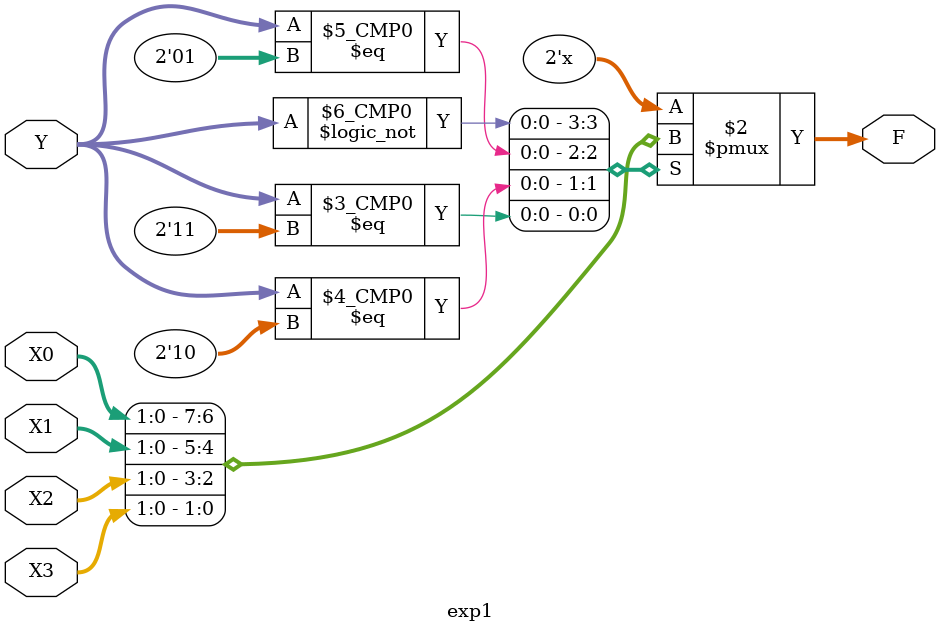
<source format=v>
module exp1(X0,X1,X2,X3,Y,F);
	input [1:0] X0;
	input [1:0] X1;
	input [1:0] X2;
	input [1:0] X3;
	input [1:0] Y;
	output reg [1:0] F;
	always @ (*)
	 case(Y)
		0:F=X0;
		1:F=X1;
		2:F=X2;
		3:F=X3;
		default: F=2'b00;
		endcase
		
endmodule
</source>
